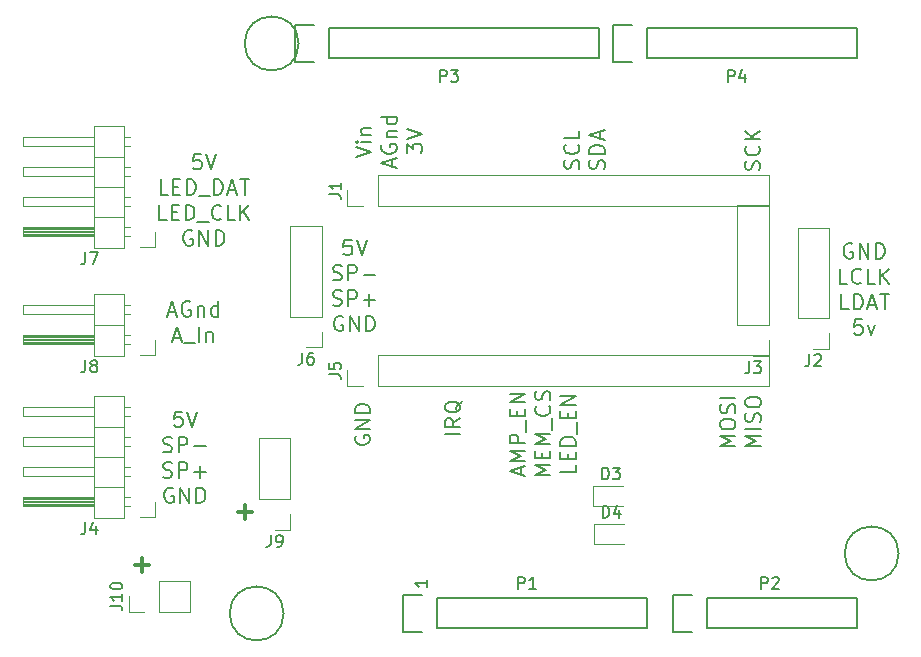
<source format=gbr>
G04 #@! TF.FileFunction,Legend,Top*
%FSLAX46Y46*%
G04 Gerber Fmt 4.6, Leading zero omitted, Abs format (unit mm)*
G04 Created by KiCad (PCBNEW 4.0.6) date 06/14/17 16:45:23*
%MOMM*%
%LPD*%
G01*
G04 APERTURE LIST*
%ADD10C,0.100000*%
%ADD11C,0.200000*%
%ADD12C,0.300000*%
%ADD13C,0.150000*%
%ADD14C,0.120000*%
G04 APERTURE END LIST*
D10*
D11*
X175407524Y-92540000D02*
X175283715Y-92478095D01*
X175098000Y-92478095D01*
X174912286Y-92540000D01*
X174788477Y-92663810D01*
X174726572Y-92787619D01*
X174664667Y-93035238D01*
X174664667Y-93220952D01*
X174726572Y-93468571D01*
X174788477Y-93592381D01*
X174912286Y-93716190D01*
X175098000Y-93778095D01*
X175221810Y-93778095D01*
X175407524Y-93716190D01*
X175469429Y-93654286D01*
X175469429Y-93220952D01*
X175221810Y-93220952D01*
X176026572Y-93778095D02*
X176026572Y-92478095D01*
X176769429Y-93778095D01*
X176769429Y-92478095D01*
X177388477Y-93778095D02*
X177388477Y-92478095D01*
X177698001Y-92478095D01*
X177883715Y-92540000D01*
X178007524Y-92663810D01*
X178069429Y-92787619D01*
X178131334Y-93035238D01*
X178131334Y-93220952D01*
X178069429Y-93468571D01*
X178007524Y-93592381D01*
X177883715Y-93716190D01*
X177698001Y-93778095D01*
X177388477Y-93778095D01*
X174974190Y-95928095D02*
X174355143Y-95928095D01*
X174355143Y-94628095D01*
X176150381Y-95804286D02*
X176088476Y-95866190D01*
X175902762Y-95928095D01*
X175778952Y-95928095D01*
X175593238Y-95866190D01*
X175469429Y-95742381D01*
X175407524Y-95618571D01*
X175345619Y-95370952D01*
X175345619Y-95185238D01*
X175407524Y-94937619D01*
X175469429Y-94813810D01*
X175593238Y-94690000D01*
X175778952Y-94628095D01*
X175902762Y-94628095D01*
X176088476Y-94690000D01*
X176150381Y-94751905D01*
X177326571Y-95928095D02*
X176707524Y-95928095D01*
X176707524Y-94628095D01*
X177759905Y-95928095D02*
X177759905Y-94628095D01*
X178502762Y-95928095D02*
X177945619Y-95185238D01*
X178502762Y-94628095D02*
X177759905Y-95370952D01*
X175098000Y-98078095D02*
X174478953Y-98078095D01*
X174478953Y-96778095D01*
X175531334Y-98078095D02*
X175531334Y-96778095D01*
X175840858Y-96778095D01*
X176026572Y-96840000D01*
X176150381Y-96963810D01*
X176212286Y-97087619D01*
X176274191Y-97335238D01*
X176274191Y-97520952D01*
X176212286Y-97768571D01*
X176150381Y-97892381D01*
X176026572Y-98016190D01*
X175840858Y-98078095D01*
X175531334Y-98078095D01*
X176769429Y-97706667D02*
X177388477Y-97706667D01*
X176645620Y-98078095D02*
X177078953Y-96778095D01*
X177512286Y-98078095D01*
X177759906Y-96778095D02*
X178502763Y-96778095D01*
X178131334Y-98078095D02*
X178131334Y-96778095D01*
X176212286Y-98928095D02*
X175593239Y-98928095D01*
X175531334Y-99547143D01*
X175593239Y-99485238D01*
X175717048Y-99423333D01*
X176026572Y-99423333D01*
X176150382Y-99485238D01*
X176212286Y-99547143D01*
X176274191Y-99670952D01*
X176274191Y-99980476D01*
X176212286Y-100104286D01*
X176150382Y-100166190D01*
X176026572Y-100228095D01*
X175717048Y-100228095D01*
X175593239Y-100166190D01*
X175531334Y-100104286D01*
X176707524Y-99361429D02*
X177017048Y-100228095D01*
X177326572Y-99361429D01*
X120250381Y-84928095D02*
X119631334Y-84928095D01*
X119569429Y-85547143D01*
X119631334Y-85485238D01*
X119755143Y-85423333D01*
X120064667Y-85423333D01*
X120188477Y-85485238D01*
X120250381Y-85547143D01*
X120312286Y-85670952D01*
X120312286Y-85980476D01*
X120250381Y-86104286D01*
X120188477Y-86166190D01*
X120064667Y-86228095D01*
X119755143Y-86228095D01*
X119631334Y-86166190D01*
X119569429Y-86104286D01*
X120683715Y-84928095D02*
X121117048Y-86228095D01*
X121550381Y-84928095D01*
X117464667Y-88378095D02*
X116845620Y-88378095D01*
X116845620Y-87078095D01*
X117898001Y-87697143D02*
X118331334Y-87697143D01*
X118517048Y-88378095D02*
X117898001Y-88378095D01*
X117898001Y-87078095D01*
X118517048Y-87078095D01*
X119074191Y-88378095D02*
X119074191Y-87078095D01*
X119383715Y-87078095D01*
X119569429Y-87140000D01*
X119693238Y-87263810D01*
X119755143Y-87387619D01*
X119817048Y-87635238D01*
X119817048Y-87820952D01*
X119755143Y-88068571D01*
X119693238Y-88192381D01*
X119569429Y-88316190D01*
X119383715Y-88378095D01*
X119074191Y-88378095D01*
X120064667Y-88501905D02*
X121055143Y-88501905D01*
X121364667Y-88378095D02*
X121364667Y-87078095D01*
X121674191Y-87078095D01*
X121859905Y-87140000D01*
X121983714Y-87263810D01*
X122045619Y-87387619D01*
X122107524Y-87635238D01*
X122107524Y-87820952D01*
X122045619Y-88068571D01*
X121983714Y-88192381D01*
X121859905Y-88316190D01*
X121674191Y-88378095D01*
X121364667Y-88378095D01*
X122602762Y-88006667D02*
X123221810Y-88006667D01*
X122478953Y-88378095D02*
X122912286Y-87078095D01*
X123345619Y-88378095D01*
X123593239Y-87078095D02*
X124336096Y-87078095D01*
X123964667Y-88378095D02*
X123964667Y-87078095D01*
X117340857Y-90528095D02*
X116721810Y-90528095D01*
X116721810Y-89228095D01*
X117774191Y-89847143D02*
X118207524Y-89847143D01*
X118393238Y-90528095D02*
X117774191Y-90528095D01*
X117774191Y-89228095D01*
X118393238Y-89228095D01*
X118950381Y-90528095D02*
X118950381Y-89228095D01*
X119259905Y-89228095D01*
X119445619Y-89290000D01*
X119569428Y-89413810D01*
X119631333Y-89537619D01*
X119693238Y-89785238D01*
X119693238Y-89970952D01*
X119631333Y-90218571D01*
X119569428Y-90342381D01*
X119445619Y-90466190D01*
X119259905Y-90528095D01*
X118950381Y-90528095D01*
X119940857Y-90651905D02*
X120931333Y-90651905D01*
X121983714Y-90404286D02*
X121921809Y-90466190D01*
X121736095Y-90528095D01*
X121612285Y-90528095D01*
X121426571Y-90466190D01*
X121302762Y-90342381D01*
X121240857Y-90218571D01*
X121178952Y-89970952D01*
X121178952Y-89785238D01*
X121240857Y-89537619D01*
X121302762Y-89413810D01*
X121426571Y-89290000D01*
X121612285Y-89228095D01*
X121736095Y-89228095D01*
X121921809Y-89290000D01*
X121983714Y-89351905D01*
X123159904Y-90528095D02*
X122540857Y-90528095D01*
X122540857Y-89228095D01*
X123593238Y-90528095D02*
X123593238Y-89228095D01*
X124336095Y-90528095D02*
X123778952Y-89785238D01*
X124336095Y-89228095D02*
X123593238Y-89970952D01*
X119507524Y-91440000D02*
X119383715Y-91378095D01*
X119198000Y-91378095D01*
X119012286Y-91440000D01*
X118888477Y-91563810D01*
X118826572Y-91687619D01*
X118764667Y-91935238D01*
X118764667Y-92120952D01*
X118826572Y-92368571D01*
X118888477Y-92492381D01*
X119012286Y-92616190D01*
X119198000Y-92678095D01*
X119321810Y-92678095D01*
X119507524Y-92616190D01*
X119569429Y-92554286D01*
X119569429Y-92120952D01*
X119321810Y-92120952D01*
X120126572Y-92678095D02*
X120126572Y-91378095D01*
X120869429Y-92678095D01*
X120869429Y-91378095D01*
X121488477Y-92678095D02*
X121488477Y-91378095D01*
X121798001Y-91378095D01*
X121983715Y-91440000D01*
X122107524Y-91563810D01*
X122169429Y-91687619D01*
X122231334Y-91935238D01*
X122231334Y-92120952D01*
X122169429Y-92368571D01*
X122107524Y-92492381D01*
X121983715Y-92616190D01*
X121798001Y-92678095D01*
X121488477Y-92678095D01*
X118635853Y-106728095D02*
X118016806Y-106728095D01*
X117954901Y-107347143D01*
X118016806Y-107285238D01*
X118140615Y-107223333D01*
X118450139Y-107223333D01*
X118573949Y-107285238D01*
X118635853Y-107347143D01*
X118697758Y-107470952D01*
X118697758Y-107780476D01*
X118635853Y-107904286D01*
X118573949Y-107966190D01*
X118450139Y-108028095D01*
X118140615Y-108028095D01*
X118016806Y-107966190D01*
X117954901Y-107904286D01*
X119069187Y-106728095D02*
X119502520Y-108028095D01*
X119935853Y-106728095D01*
X117057282Y-110116190D02*
X117242996Y-110178095D01*
X117552520Y-110178095D01*
X117676330Y-110116190D01*
X117738234Y-110054286D01*
X117800139Y-109930476D01*
X117800139Y-109806667D01*
X117738234Y-109682857D01*
X117676330Y-109620952D01*
X117552520Y-109559048D01*
X117304901Y-109497143D01*
X117181092Y-109435238D01*
X117119187Y-109373333D01*
X117057282Y-109249524D01*
X117057282Y-109125714D01*
X117119187Y-109001905D01*
X117181092Y-108940000D01*
X117304901Y-108878095D01*
X117614425Y-108878095D01*
X117800139Y-108940000D01*
X118357282Y-110178095D02*
X118357282Y-108878095D01*
X118852520Y-108878095D01*
X118976329Y-108940000D01*
X119038234Y-109001905D01*
X119100139Y-109125714D01*
X119100139Y-109311429D01*
X119038234Y-109435238D01*
X118976329Y-109497143D01*
X118852520Y-109559048D01*
X118357282Y-109559048D01*
X119657282Y-109682857D02*
X120647758Y-109682857D01*
X117057282Y-112266190D02*
X117242996Y-112328095D01*
X117552520Y-112328095D01*
X117676330Y-112266190D01*
X117738234Y-112204286D01*
X117800139Y-112080476D01*
X117800139Y-111956667D01*
X117738234Y-111832857D01*
X117676330Y-111770952D01*
X117552520Y-111709048D01*
X117304901Y-111647143D01*
X117181092Y-111585238D01*
X117119187Y-111523333D01*
X117057282Y-111399524D01*
X117057282Y-111275714D01*
X117119187Y-111151905D01*
X117181092Y-111090000D01*
X117304901Y-111028095D01*
X117614425Y-111028095D01*
X117800139Y-111090000D01*
X118357282Y-112328095D02*
X118357282Y-111028095D01*
X118852520Y-111028095D01*
X118976329Y-111090000D01*
X119038234Y-111151905D01*
X119100139Y-111275714D01*
X119100139Y-111461429D01*
X119038234Y-111585238D01*
X118976329Y-111647143D01*
X118852520Y-111709048D01*
X118357282Y-111709048D01*
X119657282Y-111832857D02*
X120647758Y-111832857D01*
X120152520Y-112328095D02*
X120152520Y-111337619D01*
X117892996Y-113240000D02*
X117769187Y-113178095D01*
X117583472Y-113178095D01*
X117397758Y-113240000D01*
X117273949Y-113363810D01*
X117212044Y-113487619D01*
X117150139Y-113735238D01*
X117150139Y-113920952D01*
X117212044Y-114168571D01*
X117273949Y-114292381D01*
X117397758Y-114416190D01*
X117583472Y-114478095D01*
X117707282Y-114478095D01*
X117892996Y-114416190D01*
X117954901Y-114354286D01*
X117954901Y-113920952D01*
X117707282Y-113920952D01*
X118512044Y-114478095D02*
X118512044Y-113178095D01*
X119254901Y-114478095D01*
X119254901Y-113178095D01*
X119873949Y-114478095D02*
X119873949Y-113178095D01*
X120183473Y-113178095D01*
X120369187Y-113240000D01*
X120492996Y-113363810D01*
X120554901Y-113487619D01*
X120616806Y-113735238D01*
X120616806Y-113920952D01*
X120554901Y-114168571D01*
X120492996Y-114292381D01*
X120369187Y-114416190D01*
X120183473Y-114478095D01*
X119873949Y-114478095D01*
X117497758Y-98312819D02*
X118116806Y-98312819D01*
X117373949Y-98684247D02*
X117807282Y-97384247D01*
X118240615Y-98684247D01*
X119354901Y-97446152D02*
X119231092Y-97384247D01*
X119045377Y-97384247D01*
X118859663Y-97446152D01*
X118735854Y-97569962D01*
X118673949Y-97693771D01*
X118612044Y-97941390D01*
X118612044Y-98127104D01*
X118673949Y-98374723D01*
X118735854Y-98498533D01*
X118859663Y-98622342D01*
X119045377Y-98684247D01*
X119169187Y-98684247D01*
X119354901Y-98622342D01*
X119416806Y-98560438D01*
X119416806Y-98127104D01*
X119169187Y-98127104D01*
X119973949Y-97817581D02*
X119973949Y-98684247D01*
X119973949Y-97941390D02*
X120035854Y-97879485D01*
X120159663Y-97817581D01*
X120345377Y-97817581D01*
X120469187Y-97879485D01*
X120531092Y-98003295D01*
X120531092Y-98684247D01*
X121707282Y-98684247D02*
X121707282Y-97384247D01*
X121707282Y-98622342D02*
X121583472Y-98684247D01*
X121335853Y-98684247D01*
X121212044Y-98622342D01*
X121150139Y-98560438D01*
X121088234Y-98436628D01*
X121088234Y-98065200D01*
X121150139Y-97941390D01*
X121212044Y-97879485D01*
X121335853Y-97817581D01*
X121583472Y-97817581D01*
X121707282Y-97879485D01*
X117931091Y-100462819D02*
X118550139Y-100462819D01*
X117807282Y-100834247D02*
X118240615Y-99534247D01*
X118673948Y-100834247D01*
X118797758Y-100958057D02*
X119788234Y-100958057D01*
X120097758Y-100834247D02*
X120097758Y-99534247D01*
X120716806Y-99967581D02*
X120716806Y-100834247D01*
X120716806Y-100091390D02*
X120778711Y-100029485D01*
X120902520Y-99967581D01*
X121088234Y-99967581D01*
X121212044Y-100029485D01*
X121273949Y-100153295D01*
X121273949Y-100834247D01*
D12*
X123426572Y-115222143D02*
X124569429Y-115222143D01*
X123998000Y-115793571D02*
X123998000Y-114650714D01*
X114676572Y-119722143D02*
X115819429Y-119722143D01*
X115248000Y-120293571D02*
X115248000Y-119150714D01*
D11*
X133000381Y-92178095D02*
X132381334Y-92178095D01*
X132319429Y-92797143D01*
X132381334Y-92735238D01*
X132505143Y-92673333D01*
X132814667Y-92673333D01*
X132938477Y-92735238D01*
X133000381Y-92797143D01*
X133062286Y-92920952D01*
X133062286Y-93230476D01*
X133000381Y-93354286D01*
X132938477Y-93416190D01*
X132814667Y-93478095D01*
X132505143Y-93478095D01*
X132381334Y-93416190D01*
X132319429Y-93354286D01*
X133433715Y-92178095D02*
X133867048Y-93478095D01*
X134300381Y-92178095D01*
X131421810Y-95566190D02*
X131607524Y-95628095D01*
X131917048Y-95628095D01*
X132040858Y-95566190D01*
X132102762Y-95504286D01*
X132164667Y-95380476D01*
X132164667Y-95256667D01*
X132102762Y-95132857D01*
X132040858Y-95070952D01*
X131917048Y-95009048D01*
X131669429Y-94947143D01*
X131545620Y-94885238D01*
X131483715Y-94823333D01*
X131421810Y-94699524D01*
X131421810Y-94575714D01*
X131483715Y-94451905D01*
X131545620Y-94390000D01*
X131669429Y-94328095D01*
X131978953Y-94328095D01*
X132164667Y-94390000D01*
X132721810Y-95628095D02*
X132721810Y-94328095D01*
X133217048Y-94328095D01*
X133340857Y-94390000D01*
X133402762Y-94451905D01*
X133464667Y-94575714D01*
X133464667Y-94761429D01*
X133402762Y-94885238D01*
X133340857Y-94947143D01*
X133217048Y-95009048D01*
X132721810Y-95009048D01*
X134021810Y-95132857D02*
X135012286Y-95132857D01*
X131421810Y-97716190D02*
X131607524Y-97778095D01*
X131917048Y-97778095D01*
X132040858Y-97716190D01*
X132102762Y-97654286D01*
X132164667Y-97530476D01*
X132164667Y-97406667D01*
X132102762Y-97282857D01*
X132040858Y-97220952D01*
X131917048Y-97159048D01*
X131669429Y-97097143D01*
X131545620Y-97035238D01*
X131483715Y-96973333D01*
X131421810Y-96849524D01*
X131421810Y-96725714D01*
X131483715Y-96601905D01*
X131545620Y-96540000D01*
X131669429Y-96478095D01*
X131978953Y-96478095D01*
X132164667Y-96540000D01*
X132721810Y-97778095D02*
X132721810Y-96478095D01*
X133217048Y-96478095D01*
X133340857Y-96540000D01*
X133402762Y-96601905D01*
X133464667Y-96725714D01*
X133464667Y-96911429D01*
X133402762Y-97035238D01*
X133340857Y-97097143D01*
X133217048Y-97159048D01*
X132721810Y-97159048D01*
X134021810Y-97282857D02*
X135012286Y-97282857D01*
X134517048Y-97778095D02*
X134517048Y-96787619D01*
X132257524Y-98690000D02*
X132133715Y-98628095D01*
X131948000Y-98628095D01*
X131762286Y-98690000D01*
X131638477Y-98813810D01*
X131576572Y-98937619D01*
X131514667Y-99185238D01*
X131514667Y-99370952D01*
X131576572Y-99618571D01*
X131638477Y-99742381D01*
X131762286Y-99866190D01*
X131948000Y-99928095D01*
X132071810Y-99928095D01*
X132257524Y-99866190D01*
X132319429Y-99804286D01*
X132319429Y-99370952D01*
X132071810Y-99370952D01*
X132876572Y-99928095D02*
X132876572Y-98628095D01*
X133619429Y-99928095D01*
X133619429Y-98628095D01*
X134238477Y-99928095D02*
X134238477Y-98628095D01*
X134548001Y-98628095D01*
X134733715Y-98690000D01*
X134857524Y-98813810D01*
X134919429Y-98937619D01*
X134981334Y-99185238D01*
X134981334Y-99370952D01*
X134919429Y-99618571D01*
X134857524Y-99742381D01*
X134733715Y-99866190D01*
X134548001Y-99928095D01*
X134238477Y-99928095D01*
X165505095Y-109657857D02*
X164205095Y-109657857D01*
X165133667Y-109224524D01*
X164205095Y-108791191D01*
X165505095Y-108791191D01*
X164205095Y-107924524D02*
X164205095Y-107676905D01*
X164267000Y-107553096D01*
X164390810Y-107429286D01*
X164638429Y-107367381D01*
X165071762Y-107367381D01*
X165319381Y-107429286D01*
X165443190Y-107553096D01*
X165505095Y-107676905D01*
X165505095Y-107924524D01*
X165443190Y-108048334D01*
X165319381Y-108172143D01*
X165071762Y-108234048D01*
X164638429Y-108234048D01*
X164390810Y-108172143D01*
X164267000Y-108048334D01*
X164205095Y-107924524D01*
X165443190Y-106872143D02*
X165505095Y-106686429D01*
X165505095Y-106376905D01*
X165443190Y-106253095D01*
X165381286Y-106191191D01*
X165257476Y-106129286D01*
X165133667Y-106129286D01*
X165009857Y-106191191D01*
X164947952Y-106253095D01*
X164886048Y-106376905D01*
X164824143Y-106624524D01*
X164762238Y-106748333D01*
X164700333Y-106810238D01*
X164576524Y-106872143D01*
X164452714Y-106872143D01*
X164328905Y-106810238D01*
X164267000Y-106748333D01*
X164205095Y-106624524D01*
X164205095Y-106315000D01*
X164267000Y-106129286D01*
X165505095Y-105572143D02*
X164205095Y-105572143D01*
X167655095Y-109657857D02*
X166355095Y-109657857D01*
X167283667Y-109224524D01*
X166355095Y-108791191D01*
X167655095Y-108791191D01*
X167655095Y-108172143D02*
X166355095Y-108172143D01*
X167593190Y-107615000D02*
X167655095Y-107429286D01*
X167655095Y-107119762D01*
X167593190Y-106995952D01*
X167531286Y-106934048D01*
X167407476Y-106872143D01*
X167283667Y-106872143D01*
X167159857Y-106934048D01*
X167097952Y-106995952D01*
X167036048Y-107119762D01*
X166974143Y-107367381D01*
X166912238Y-107491190D01*
X166850333Y-107553095D01*
X166726524Y-107615000D01*
X166602714Y-107615000D01*
X166478905Y-107553095D01*
X166417000Y-107491190D01*
X166355095Y-107367381D01*
X166355095Y-107057857D01*
X166417000Y-106872143D01*
X166355095Y-106067381D02*
X166355095Y-105819762D01*
X166417000Y-105695953D01*
X166540810Y-105572143D01*
X166788429Y-105510238D01*
X167221762Y-105510238D01*
X167469381Y-105572143D01*
X167593190Y-105695953D01*
X167655095Y-105819762D01*
X167655095Y-106067381D01*
X167593190Y-106191191D01*
X167469381Y-106315000D01*
X167221762Y-106376905D01*
X166788429Y-106376905D01*
X166540810Y-106315000D01*
X166417000Y-106191191D01*
X166355095Y-106067381D01*
X147314667Y-112081666D02*
X147314667Y-111462618D01*
X147686095Y-112205475D02*
X146386095Y-111772142D01*
X147686095Y-111338809D01*
X147686095Y-110905475D02*
X146386095Y-110905475D01*
X147314667Y-110472142D01*
X146386095Y-110038809D01*
X147686095Y-110038809D01*
X147686095Y-109419761D02*
X146386095Y-109419761D01*
X146386095Y-108924523D01*
X146448000Y-108800714D01*
X146509905Y-108738809D01*
X146633714Y-108676904D01*
X146819429Y-108676904D01*
X146943238Y-108738809D01*
X147005143Y-108800714D01*
X147067048Y-108924523D01*
X147067048Y-109419761D01*
X147809905Y-108429285D02*
X147809905Y-107438809D01*
X147005143Y-107129285D02*
X147005143Y-106695952D01*
X147686095Y-106510238D02*
X147686095Y-107129285D01*
X146386095Y-107129285D01*
X146386095Y-106510238D01*
X147686095Y-105953095D02*
X146386095Y-105953095D01*
X147686095Y-105210238D01*
X146386095Y-105210238D01*
X149836095Y-112143570D02*
X148536095Y-112143570D01*
X149464667Y-111710237D01*
X148536095Y-111276904D01*
X149836095Y-111276904D01*
X149155143Y-110657856D02*
X149155143Y-110224523D01*
X149836095Y-110038809D02*
X149836095Y-110657856D01*
X148536095Y-110657856D01*
X148536095Y-110038809D01*
X149836095Y-109481666D02*
X148536095Y-109481666D01*
X149464667Y-109048333D01*
X148536095Y-108615000D01*
X149836095Y-108615000D01*
X149959905Y-108305476D02*
X149959905Y-107315000D01*
X149712286Y-106262619D02*
X149774190Y-106324524D01*
X149836095Y-106510238D01*
X149836095Y-106634048D01*
X149774190Y-106819762D01*
X149650381Y-106943571D01*
X149526571Y-107005476D01*
X149278952Y-107067381D01*
X149093238Y-107067381D01*
X148845619Y-107005476D01*
X148721810Y-106943571D01*
X148598000Y-106819762D01*
X148536095Y-106634048D01*
X148536095Y-106510238D01*
X148598000Y-106324524D01*
X148659905Y-106262619D01*
X149774190Y-105767381D02*
X149836095Y-105581667D01*
X149836095Y-105272143D01*
X149774190Y-105148333D01*
X149712286Y-105086429D01*
X149588476Y-105024524D01*
X149464667Y-105024524D01*
X149340857Y-105086429D01*
X149278952Y-105148333D01*
X149217048Y-105272143D01*
X149155143Y-105519762D01*
X149093238Y-105643571D01*
X149031333Y-105705476D01*
X148907524Y-105767381D01*
X148783714Y-105767381D01*
X148659905Y-105705476D01*
X148598000Y-105643571D01*
X148536095Y-105519762D01*
X148536095Y-105210238D01*
X148598000Y-105024524D01*
X151986095Y-111215000D02*
X151986095Y-111834047D01*
X150686095Y-111834047D01*
X151305143Y-110781666D02*
X151305143Y-110348333D01*
X151986095Y-110162619D02*
X151986095Y-110781666D01*
X150686095Y-110781666D01*
X150686095Y-110162619D01*
X151986095Y-109605476D02*
X150686095Y-109605476D01*
X150686095Y-109295952D01*
X150748000Y-109110238D01*
X150871810Y-108986429D01*
X150995619Y-108924524D01*
X151243238Y-108862619D01*
X151428952Y-108862619D01*
X151676571Y-108924524D01*
X151800381Y-108986429D01*
X151924190Y-109110238D01*
X151986095Y-109295952D01*
X151986095Y-109605476D01*
X152109905Y-108615000D02*
X152109905Y-107624524D01*
X151305143Y-107315000D02*
X151305143Y-106881667D01*
X151986095Y-106695953D02*
X151986095Y-107315000D01*
X150686095Y-107315000D01*
X150686095Y-106695953D01*
X151986095Y-106138810D02*
X150686095Y-106138810D01*
X151986095Y-105395953D01*
X150686095Y-105395953D01*
X142196095Y-108641952D02*
X140896095Y-108641952D01*
X142196095Y-107280047D02*
X141577048Y-107713380D01*
X142196095Y-108022904D02*
X140896095Y-108022904D01*
X140896095Y-107527666D01*
X140958000Y-107403857D01*
X141019905Y-107341952D01*
X141143714Y-107280047D01*
X141329429Y-107280047D01*
X141453238Y-107341952D01*
X141515143Y-107403857D01*
X141577048Y-107527666D01*
X141577048Y-108022904D01*
X142319905Y-105856238D02*
X142258000Y-105980047D01*
X142134190Y-106103857D01*
X141948476Y-106289571D01*
X141886571Y-106413380D01*
X141886571Y-106537190D01*
X142196095Y-106475285D02*
X142134190Y-106599095D01*
X142010381Y-106722904D01*
X141762762Y-106784809D01*
X141329429Y-106784809D01*
X141081810Y-106722904D01*
X140958000Y-106599095D01*
X140896095Y-106475285D01*
X140896095Y-106227666D01*
X140958000Y-106103857D01*
X141081810Y-105980047D01*
X141329429Y-105918142D01*
X141762762Y-105918142D01*
X142010381Y-105980047D01*
X142134190Y-106103857D01*
X142196095Y-106227666D01*
X142196095Y-106475285D01*
X133338000Y-108809476D02*
X133276095Y-108933285D01*
X133276095Y-109119000D01*
X133338000Y-109304714D01*
X133461810Y-109428523D01*
X133585619Y-109490428D01*
X133833238Y-109552333D01*
X134018952Y-109552333D01*
X134266571Y-109490428D01*
X134390381Y-109428523D01*
X134514190Y-109304714D01*
X134576095Y-109119000D01*
X134576095Y-108995190D01*
X134514190Y-108809476D01*
X134452286Y-108747571D01*
X134018952Y-108747571D01*
X134018952Y-108995190D01*
X134576095Y-108190428D02*
X133276095Y-108190428D01*
X134576095Y-107447571D01*
X133276095Y-107447571D01*
X134576095Y-106828523D02*
X133276095Y-106828523D01*
X133276095Y-106518999D01*
X133338000Y-106333285D01*
X133461810Y-106209476D01*
X133585619Y-106147571D01*
X133833238Y-106085666D01*
X134018952Y-106085666D01*
X134266571Y-106147571D01*
X134390381Y-106209476D01*
X134514190Y-106333285D01*
X134576095Y-106518999D01*
X134576095Y-106828523D01*
X167534190Y-86286428D02*
X167596095Y-86100714D01*
X167596095Y-85791190D01*
X167534190Y-85667380D01*
X167472286Y-85605476D01*
X167348476Y-85543571D01*
X167224667Y-85543571D01*
X167100857Y-85605476D01*
X167038952Y-85667380D01*
X166977048Y-85791190D01*
X166915143Y-86038809D01*
X166853238Y-86162618D01*
X166791333Y-86224523D01*
X166667524Y-86286428D01*
X166543714Y-86286428D01*
X166419905Y-86224523D01*
X166358000Y-86162618D01*
X166296095Y-86038809D01*
X166296095Y-85729285D01*
X166358000Y-85543571D01*
X167472286Y-84243571D02*
X167534190Y-84305476D01*
X167596095Y-84491190D01*
X167596095Y-84615000D01*
X167534190Y-84800714D01*
X167410381Y-84924523D01*
X167286571Y-84986428D01*
X167038952Y-85048333D01*
X166853238Y-85048333D01*
X166605619Y-84986428D01*
X166481810Y-84924523D01*
X166358000Y-84800714D01*
X166296095Y-84615000D01*
X166296095Y-84491190D01*
X166358000Y-84305476D01*
X166419905Y-84243571D01*
X167596095Y-83686428D02*
X166296095Y-83686428D01*
X167596095Y-82943571D02*
X166853238Y-83500714D01*
X166296095Y-82943571D02*
X167038952Y-83686428D01*
X152235190Y-86162619D02*
X152297095Y-85976905D01*
X152297095Y-85667381D01*
X152235190Y-85543571D01*
X152173286Y-85481667D01*
X152049476Y-85419762D01*
X151925667Y-85419762D01*
X151801857Y-85481667D01*
X151739952Y-85543571D01*
X151678048Y-85667381D01*
X151616143Y-85915000D01*
X151554238Y-86038809D01*
X151492333Y-86100714D01*
X151368524Y-86162619D01*
X151244714Y-86162619D01*
X151120905Y-86100714D01*
X151059000Y-86038809D01*
X150997095Y-85915000D01*
X150997095Y-85605476D01*
X151059000Y-85419762D01*
X152173286Y-84119762D02*
X152235190Y-84181667D01*
X152297095Y-84367381D01*
X152297095Y-84491191D01*
X152235190Y-84676905D01*
X152111381Y-84800714D01*
X151987571Y-84862619D01*
X151739952Y-84924524D01*
X151554238Y-84924524D01*
X151306619Y-84862619D01*
X151182810Y-84800714D01*
X151059000Y-84676905D01*
X150997095Y-84491191D01*
X150997095Y-84367381D01*
X151059000Y-84181667D01*
X151120905Y-84119762D01*
X152297095Y-82943572D02*
X152297095Y-83562619D01*
X150997095Y-83562619D01*
X154385190Y-86193571D02*
X154447095Y-86007857D01*
X154447095Y-85698333D01*
X154385190Y-85574523D01*
X154323286Y-85512619D01*
X154199476Y-85450714D01*
X154075667Y-85450714D01*
X153951857Y-85512619D01*
X153889952Y-85574523D01*
X153828048Y-85698333D01*
X153766143Y-85945952D01*
X153704238Y-86069761D01*
X153642333Y-86131666D01*
X153518524Y-86193571D01*
X153394714Y-86193571D01*
X153270905Y-86131666D01*
X153209000Y-86069761D01*
X153147095Y-85945952D01*
X153147095Y-85636428D01*
X153209000Y-85450714D01*
X154447095Y-84893571D02*
X153147095Y-84893571D01*
X153147095Y-84584047D01*
X153209000Y-84398333D01*
X153332810Y-84274524D01*
X153456619Y-84212619D01*
X153704238Y-84150714D01*
X153889952Y-84150714D01*
X154137571Y-84212619D01*
X154261381Y-84274524D01*
X154385190Y-84398333D01*
X154447095Y-84584047D01*
X154447095Y-84893571D01*
X154075667Y-83655476D02*
X154075667Y-83036428D01*
X154447095Y-83779285D02*
X153147095Y-83345952D01*
X154447095Y-82912619D01*
X133386095Y-85195952D02*
X134686095Y-84762619D01*
X133386095Y-84329286D01*
X134686095Y-83895952D02*
X133819429Y-83895952D01*
X133386095Y-83895952D02*
X133448000Y-83957857D01*
X133509905Y-83895952D01*
X133448000Y-83834047D01*
X133386095Y-83895952D01*
X133509905Y-83895952D01*
X133819429Y-83276904D02*
X134686095Y-83276904D01*
X133943238Y-83276904D02*
X133881333Y-83214999D01*
X133819429Y-83091190D01*
X133819429Y-82905476D01*
X133881333Y-82781666D01*
X134005143Y-82719761D01*
X134686095Y-82719761D01*
X136464667Y-86000714D02*
X136464667Y-85381666D01*
X136836095Y-86124523D02*
X135536095Y-85691190D01*
X136836095Y-85257857D01*
X135598000Y-84143571D02*
X135536095Y-84267380D01*
X135536095Y-84453095D01*
X135598000Y-84638809D01*
X135721810Y-84762618D01*
X135845619Y-84824523D01*
X136093238Y-84886428D01*
X136278952Y-84886428D01*
X136526571Y-84824523D01*
X136650381Y-84762618D01*
X136774190Y-84638809D01*
X136836095Y-84453095D01*
X136836095Y-84329285D01*
X136774190Y-84143571D01*
X136712286Y-84081666D01*
X136278952Y-84081666D01*
X136278952Y-84329285D01*
X135969429Y-83524523D02*
X136836095Y-83524523D01*
X136093238Y-83524523D02*
X136031333Y-83462618D01*
X135969429Y-83338809D01*
X135969429Y-83153095D01*
X136031333Y-83029285D01*
X136155143Y-82967380D01*
X136836095Y-82967380D01*
X136836095Y-81791190D02*
X135536095Y-81791190D01*
X136774190Y-81791190D02*
X136836095Y-81915000D01*
X136836095Y-82162619D01*
X136774190Y-82286428D01*
X136712286Y-82348333D01*
X136588476Y-82410238D01*
X136217048Y-82410238D01*
X136093238Y-82348333D01*
X136031333Y-82286428D01*
X135969429Y-82162619D01*
X135969429Y-81915000D01*
X136031333Y-81791190D01*
X137686095Y-84855476D02*
X137686095Y-84050714D01*
X138181333Y-84484047D01*
X138181333Y-84298333D01*
X138243238Y-84174523D01*
X138305143Y-84112619D01*
X138428952Y-84050714D01*
X138738476Y-84050714D01*
X138862286Y-84112619D01*
X138924190Y-84174523D01*
X138986095Y-84298333D01*
X138986095Y-84669761D01*
X138924190Y-84793571D01*
X138862286Y-84855476D01*
X137686095Y-83679285D02*
X138986095Y-83245952D01*
X137686095Y-82812619D01*
D13*
X139390381Y-120999285D02*
X139390381Y-121570714D01*
X139390381Y-121285000D02*
X138390381Y-121285000D01*
X138533238Y-121380238D01*
X138628476Y-121475476D01*
X138676095Y-121570714D01*
X179324000Y-118745000D02*
G75*
G03X179324000Y-118745000I-2286000J0D01*
G01*
X140208000Y-125095000D02*
X157988000Y-125095000D01*
X157988000Y-125095000D02*
X157988000Y-122555000D01*
X157988000Y-122555000D02*
X140208000Y-122555000D01*
X137388000Y-125375000D02*
X138938000Y-125375000D01*
X140208000Y-125095000D02*
X140208000Y-122555000D01*
X138938000Y-122275000D02*
X137388000Y-122275000D01*
X137388000Y-122275000D02*
X137388000Y-125375000D01*
X163068000Y-125095000D02*
X175768000Y-125095000D01*
X175768000Y-125095000D02*
X175768000Y-122555000D01*
X175768000Y-122555000D02*
X163068000Y-122555000D01*
X160248000Y-125375000D02*
X161798000Y-125375000D01*
X163068000Y-125095000D02*
X163068000Y-122555000D01*
X161798000Y-122275000D02*
X160248000Y-122275000D01*
X160248000Y-122275000D02*
X160248000Y-125375000D01*
X131064000Y-76835000D02*
X153924000Y-76835000D01*
X153924000Y-76835000D02*
X153924000Y-74295000D01*
X153924000Y-74295000D02*
X131064000Y-74295000D01*
X128244000Y-77115000D02*
X129794000Y-77115000D01*
X131064000Y-76835000D02*
X131064000Y-74295000D01*
X129794000Y-74015000D02*
X128244000Y-74015000D01*
X128244000Y-74015000D02*
X128244000Y-77115000D01*
X157988000Y-76835000D02*
X175768000Y-76835000D01*
X175768000Y-76835000D02*
X175768000Y-74295000D01*
X175768000Y-74295000D02*
X157988000Y-74295000D01*
X155168000Y-77115000D02*
X156718000Y-77115000D01*
X157988000Y-76835000D02*
X157988000Y-74295000D01*
X156718000Y-74015000D02*
X155168000Y-74015000D01*
X155168000Y-74015000D02*
X155168000Y-77115000D01*
X127254000Y-123825000D02*
G75*
G03X127254000Y-123825000I-2286000J0D01*
G01*
X128524000Y-75565000D02*
G75*
G03X128524000Y-75565000I-2286000J0D01*
G01*
D14*
X135258000Y-89337000D02*
X168338000Y-89337000D01*
X168338000Y-89337000D02*
X168338000Y-86677000D01*
X168338000Y-86677000D02*
X135258000Y-86677000D01*
X135258000Y-86677000D02*
X135258000Y-89337000D01*
X133988000Y-89337000D02*
X132658000Y-89337000D01*
X132658000Y-89337000D02*
X132658000Y-88007000D01*
X173428000Y-98835000D02*
X173428000Y-91155000D01*
X173428000Y-91155000D02*
X170768000Y-91155000D01*
X170768000Y-91155000D02*
X170768000Y-98835000D01*
X170768000Y-98835000D02*
X173428000Y-98835000D01*
X173428000Y-100105000D02*
X173428000Y-101435000D01*
X173428000Y-101435000D02*
X172098000Y-101435000D01*
X168338000Y-99437000D02*
X168338000Y-89217000D01*
X168338000Y-89217000D02*
X165678000Y-89217000D01*
X165678000Y-89217000D02*
X165678000Y-99437000D01*
X165678000Y-99437000D02*
X168338000Y-99437000D01*
X168338000Y-100707000D02*
X168338000Y-102037000D01*
X168338000Y-102037000D02*
X167008000Y-102037000D01*
X135258000Y-104577000D02*
X168338000Y-104577000D01*
X168338000Y-104577000D02*
X168338000Y-101917000D01*
X168338000Y-101917000D02*
X135258000Y-101917000D01*
X135258000Y-101917000D02*
X135258000Y-104577000D01*
X133988000Y-104577000D02*
X132658000Y-104577000D01*
X132658000Y-104577000D02*
X132658000Y-103247000D01*
X130478000Y-98695000D02*
X130478000Y-91015000D01*
X130478000Y-91015000D02*
X127818000Y-91015000D01*
X127818000Y-91015000D02*
X127818000Y-98695000D01*
X127818000Y-98695000D02*
X130478000Y-98695000D01*
X130478000Y-99965000D02*
X130478000Y-101295000D01*
X130478000Y-101295000D02*
X129148000Y-101295000D01*
X113777000Y-92853200D02*
X113777000Y-90253200D01*
X113777000Y-90253200D02*
X111157000Y-90253200D01*
X111157000Y-90253200D02*
X111157000Y-92853200D01*
X111157000Y-92853200D02*
X113777000Y-92853200D01*
X111157000Y-91903200D02*
X111157000Y-91143200D01*
X111157000Y-91143200D02*
X105157000Y-91143200D01*
X105157000Y-91143200D02*
X105157000Y-91903200D01*
X105157000Y-91903200D02*
X111157000Y-91903200D01*
X114207000Y-91903200D02*
X113777000Y-91903200D01*
X114207000Y-91143200D02*
X113777000Y-91143200D01*
X111157000Y-91783200D02*
X105157000Y-91783200D01*
X111157000Y-91663200D02*
X105157000Y-91663200D01*
X111157000Y-91543200D02*
X105157000Y-91543200D01*
X111157000Y-91423200D02*
X105157000Y-91423200D01*
X111157000Y-91303200D02*
X105157000Y-91303200D01*
X111157000Y-91183200D02*
X105157000Y-91183200D01*
X113777000Y-90253200D02*
X113777000Y-87713200D01*
X113777000Y-87713200D02*
X111157000Y-87713200D01*
X111157000Y-87713200D02*
X111157000Y-90253200D01*
X111157000Y-90253200D02*
X113777000Y-90253200D01*
X111157000Y-89363200D02*
X111157000Y-88603200D01*
X111157000Y-88603200D02*
X105157000Y-88603200D01*
X105157000Y-88603200D02*
X105157000Y-89363200D01*
X105157000Y-89363200D02*
X111157000Y-89363200D01*
X114207000Y-89363200D02*
X113777000Y-89363200D01*
X114207000Y-88603200D02*
X113777000Y-88603200D01*
X113777000Y-87713200D02*
X113777000Y-85173200D01*
X113777000Y-85173200D02*
X111157000Y-85173200D01*
X111157000Y-85173200D02*
X111157000Y-87713200D01*
X111157000Y-87713200D02*
X113777000Y-87713200D01*
X111157000Y-86823200D02*
X111157000Y-86063200D01*
X111157000Y-86063200D02*
X105157000Y-86063200D01*
X105157000Y-86063200D02*
X105157000Y-86823200D01*
X105157000Y-86823200D02*
X111157000Y-86823200D01*
X114207000Y-86823200D02*
X113777000Y-86823200D01*
X114207000Y-86063200D02*
X113777000Y-86063200D01*
X113777000Y-85173200D02*
X113777000Y-82573200D01*
X113777000Y-82573200D02*
X111157000Y-82573200D01*
X111157000Y-82573200D02*
X111157000Y-85173200D01*
X111157000Y-85173200D02*
X113777000Y-85173200D01*
X111157000Y-84283200D02*
X111157000Y-83523200D01*
X111157000Y-83523200D02*
X105157000Y-83523200D01*
X105157000Y-83523200D02*
X105157000Y-84283200D01*
X105157000Y-84283200D02*
X111157000Y-84283200D01*
X114207000Y-84283200D02*
X113777000Y-84283200D01*
X114207000Y-83523200D02*
X113777000Y-83523200D01*
X116387000Y-91523200D02*
X116387000Y-92793200D01*
X116387000Y-92793200D02*
X115117000Y-92793200D01*
X113777000Y-101997000D02*
X113777000Y-99397000D01*
X113777000Y-99397000D02*
X111157000Y-99397000D01*
X111157000Y-99397000D02*
X111157000Y-101997000D01*
X111157000Y-101997000D02*
X113777000Y-101997000D01*
X111157000Y-101047000D02*
X111157000Y-100287000D01*
X111157000Y-100287000D02*
X105157000Y-100287000D01*
X105157000Y-100287000D02*
X105157000Y-101047000D01*
X105157000Y-101047000D02*
X111157000Y-101047000D01*
X114207000Y-101047000D02*
X113777000Y-101047000D01*
X114207000Y-100287000D02*
X113777000Y-100287000D01*
X111157000Y-100927000D02*
X105157000Y-100927000D01*
X111157000Y-100807000D02*
X105157000Y-100807000D01*
X111157000Y-100687000D02*
X105157000Y-100687000D01*
X111157000Y-100567000D02*
X105157000Y-100567000D01*
X111157000Y-100447000D02*
X105157000Y-100447000D01*
X111157000Y-100327000D02*
X105157000Y-100327000D01*
X113777000Y-99397000D02*
X113777000Y-96797000D01*
X113777000Y-96797000D02*
X111157000Y-96797000D01*
X111157000Y-96797000D02*
X111157000Y-99397000D01*
X111157000Y-99397000D02*
X113777000Y-99397000D01*
X111157000Y-98507000D02*
X111157000Y-97747000D01*
X111157000Y-97747000D02*
X105157000Y-97747000D01*
X105157000Y-97747000D02*
X105157000Y-98507000D01*
X105157000Y-98507000D02*
X111157000Y-98507000D01*
X114207000Y-98507000D02*
X113777000Y-98507000D01*
X114207000Y-97747000D02*
X113777000Y-97747000D01*
X116387000Y-100667000D02*
X116387000Y-101937000D01*
X116387000Y-101937000D02*
X115117000Y-101937000D01*
X113777000Y-115713000D02*
X113777000Y-113113000D01*
X113777000Y-113113000D02*
X111157000Y-113113000D01*
X111157000Y-113113000D02*
X111157000Y-115713000D01*
X111157000Y-115713000D02*
X113777000Y-115713000D01*
X111157000Y-114763000D02*
X111157000Y-114003000D01*
X111157000Y-114003000D02*
X105157000Y-114003000D01*
X105157000Y-114003000D02*
X105157000Y-114763000D01*
X105157000Y-114763000D02*
X111157000Y-114763000D01*
X114207000Y-114763000D02*
X113777000Y-114763000D01*
X114207000Y-114003000D02*
X113777000Y-114003000D01*
X111157000Y-114643000D02*
X105157000Y-114643000D01*
X111157000Y-114523000D02*
X105157000Y-114523000D01*
X111157000Y-114403000D02*
X105157000Y-114403000D01*
X111157000Y-114283000D02*
X105157000Y-114283000D01*
X111157000Y-114163000D02*
X105157000Y-114163000D01*
X111157000Y-114043000D02*
X105157000Y-114043000D01*
X113777000Y-113113000D02*
X113777000Y-110573000D01*
X113777000Y-110573000D02*
X111157000Y-110573000D01*
X111157000Y-110573000D02*
X111157000Y-113113000D01*
X111157000Y-113113000D02*
X113777000Y-113113000D01*
X111157000Y-112223000D02*
X111157000Y-111463000D01*
X111157000Y-111463000D02*
X105157000Y-111463000D01*
X105157000Y-111463000D02*
X105157000Y-112223000D01*
X105157000Y-112223000D02*
X111157000Y-112223000D01*
X114207000Y-112223000D02*
X113777000Y-112223000D01*
X114207000Y-111463000D02*
X113777000Y-111463000D01*
X113777000Y-110573000D02*
X113777000Y-108033000D01*
X113777000Y-108033000D02*
X111157000Y-108033000D01*
X111157000Y-108033000D02*
X111157000Y-110573000D01*
X111157000Y-110573000D02*
X113777000Y-110573000D01*
X111157000Y-109683000D02*
X111157000Y-108923000D01*
X111157000Y-108923000D02*
X105157000Y-108923000D01*
X105157000Y-108923000D02*
X105157000Y-109683000D01*
X105157000Y-109683000D02*
X111157000Y-109683000D01*
X114207000Y-109683000D02*
X113777000Y-109683000D01*
X114207000Y-108923000D02*
X113777000Y-108923000D01*
X113777000Y-108033000D02*
X113777000Y-105433000D01*
X113777000Y-105433000D02*
X111157000Y-105433000D01*
X111157000Y-105433000D02*
X111157000Y-108033000D01*
X111157000Y-108033000D02*
X113777000Y-108033000D01*
X111157000Y-107143000D02*
X111157000Y-106383000D01*
X111157000Y-106383000D02*
X105157000Y-106383000D01*
X105157000Y-106383000D02*
X105157000Y-107143000D01*
X105157000Y-107143000D02*
X111157000Y-107143000D01*
X114207000Y-107143000D02*
X113777000Y-107143000D01*
X114207000Y-106383000D02*
X113777000Y-106383000D01*
X116387000Y-114383000D02*
X116387000Y-115653000D01*
X116387000Y-115653000D02*
X115117000Y-115653000D01*
X127828000Y-114135000D02*
X127828000Y-108995000D01*
X127828000Y-108995000D02*
X125168000Y-108995000D01*
X125168000Y-108995000D02*
X125168000Y-114135000D01*
X125168000Y-114135000D02*
X127828000Y-114135000D01*
X127828000Y-115405000D02*
X127828000Y-116735000D01*
X127828000Y-116735000D02*
X126498000Y-116735000D01*
X116728000Y-123695000D02*
X119328000Y-123695000D01*
X119328000Y-123695000D02*
X119328000Y-121035000D01*
X119328000Y-121035000D02*
X116728000Y-121035000D01*
X116728000Y-121035000D02*
X116728000Y-123695000D01*
X115458000Y-123695000D02*
X114128000Y-123695000D01*
X114128000Y-123695000D02*
X114128000Y-122365000D01*
X153448000Y-113015000D02*
X153448000Y-114715000D01*
X153448000Y-114715000D02*
X155998000Y-114715000D01*
X153448000Y-113015000D02*
X155998000Y-113015000D01*
X153498000Y-116265000D02*
X153498000Y-117965000D01*
X153498000Y-117965000D02*
X156048000Y-117965000D01*
X153498000Y-116265000D02*
X156048000Y-116265000D01*
D13*
X147089905Y-121737381D02*
X147089905Y-120737381D01*
X147470858Y-120737381D01*
X147566096Y-120785000D01*
X147613715Y-120832619D01*
X147661334Y-120927857D01*
X147661334Y-121070714D01*
X147613715Y-121165952D01*
X147566096Y-121213571D01*
X147470858Y-121261190D01*
X147089905Y-121261190D01*
X148613715Y-121737381D02*
X148042286Y-121737381D01*
X148328000Y-121737381D02*
X148328000Y-120737381D01*
X148232762Y-120880238D01*
X148137524Y-120975476D01*
X148042286Y-121023095D01*
X167663905Y-121737381D02*
X167663905Y-120737381D01*
X168044858Y-120737381D01*
X168140096Y-120785000D01*
X168187715Y-120832619D01*
X168235334Y-120927857D01*
X168235334Y-121070714D01*
X168187715Y-121165952D01*
X168140096Y-121213571D01*
X168044858Y-121261190D01*
X167663905Y-121261190D01*
X168616286Y-120832619D02*
X168663905Y-120785000D01*
X168759143Y-120737381D01*
X168997239Y-120737381D01*
X169092477Y-120785000D01*
X169140096Y-120832619D01*
X169187715Y-120927857D01*
X169187715Y-121023095D01*
X169140096Y-121165952D01*
X168568667Y-121737381D01*
X169187715Y-121737381D01*
X140485905Y-78811381D02*
X140485905Y-77811381D01*
X140866858Y-77811381D01*
X140962096Y-77859000D01*
X141009715Y-77906619D01*
X141057334Y-78001857D01*
X141057334Y-78144714D01*
X141009715Y-78239952D01*
X140962096Y-78287571D01*
X140866858Y-78335190D01*
X140485905Y-78335190D01*
X141390667Y-77811381D02*
X142009715Y-77811381D01*
X141676381Y-78192333D01*
X141819239Y-78192333D01*
X141914477Y-78239952D01*
X141962096Y-78287571D01*
X142009715Y-78382810D01*
X142009715Y-78620905D01*
X141962096Y-78716143D01*
X141914477Y-78763762D01*
X141819239Y-78811381D01*
X141533524Y-78811381D01*
X141438286Y-78763762D01*
X141390667Y-78716143D01*
X164869905Y-78811381D02*
X164869905Y-77811381D01*
X165250858Y-77811381D01*
X165346096Y-77859000D01*
X165393715Y-77906619D01*
X165441334Y-78001857D01*
X165441334Y-78144714D01*
X165393715Y-78239952D01*
X165346096Y-78287571D01*
X165250858Y-78335190D01*
X164869905Y-78335190D01*
X166298477Y-78144714D02*
X166298477Y-78811381D01*
X166060381Y-77763762D02*
X165822286Y-78478048D01*
X166441334Y-78478048D01*
X131110381Y-88340333D02*
X131824667Y-88340333D01*
X131967524Y-88387953D01*
X132062762Y-88483191D01*
X132110381Y-88626048D01*
X132110381Y-88721286D01*
X132110381Y-87340333D02*
X132110381Y-87911762D01*
X132110381Y-87626048D02*
X131110381Y-87626048D01*
X131253238Y-87721286D01*
X131348476Y-87816524D01*
X131396095Y-87911762D01*
X171764667Y-101887381D02*
X171764667Y-102601667D01*
X171717047Y-102744524D01*
X171621809Y-102839762D01*
X171478952Y-102887381D01*
X171383714Y-102887381D01*
X172193238Y-101982619D02*
X172240857Y-101935000D01*
X172336095Y-101887381D01*
X172574191Y-101887381D01*
X172669429Y-101935000D01*
X172717048Y-101982619D01*
X172764667Y-102077857D01*
X172764667Y-102173095D01*
X172717048Y-102315952D01*
X172145619Y-102887381D01*
X172764667Y-102887381D01*
X166674667Y-102489381D02*
X166674667Y-103203667D01*
X166627047Y-103346524D01*
X166531809Y-103441762D01*
X166388952Y-103489381D01*
X166293714Y-103489381D01*
X167055619Y-102489381D02*
X167674667Y-102489381D01*
X167341333Y-102870333D01*
X167484191Y-102870333D01*
X167579429Y-102917952D01*
X167627048Y-102965571D01*
X167674667Y-103060810D01*
X167674667Y-103298905D01*
X167627048Y-103394143D01*
X167579429Y-103441762D01*
X167484191Y-103489381D01*
X167198476Y-103489381D01*
X167103238Y-103441762D01*
X167055619Y-103394143D01*
X131110381Y-103580333D02*
X131824667Y-103580333D01*
X131967524Y-103627953D01*
X132062762Y-103723191D01*
X132110381Y-103866048D01*
X132110381Y-103961286D01*
X131110381Y-102627952D02*
X131110381Y-103104143D01*
X131586571Y-103151762D01*
X131538952Y-103104143D01*
X131491333Y-103008905D01*
X131491333Y-102770809D01*
X131538952Y-102675571D01*
X131586571Y-102627952D01*
X131681810Y-102580333D01*
X131919905Y-102580333D01*
X132015143Y-102627952D01*
X132062762Y-102675571D01*
X132110381Y-102770809D01*
X132110381Y-103008905D01*
X132062762Y-103104143D01*
X132015143Y-103151762D01*
X128814667Y-101747381D02*
X128814667Y-102461667D01*
X128767047Y-102604524D01*
X128671809Y-102699762D01*
X128528952Y-102747381D01*
X128433714Y-102747381D01*
X129719429Y-101747381D02*
X129528952Y-101747381D01*
X129433714Y-101795000D01*
X129386095Y-101842619D01*
X129290857Y-101985476D01*
X129243238Y-102175952D01*
X129243238Y-102556905D01*
X129290857Y-102652143D01*
X129338476Y-102699762D01*
X129433714Y-102747381D01*
X129624191Y-102747381D01*
X129719429Y-102699762D01*
X129767048Y-102652143D01*
X129814667Y-102556905D01*
X129814667Y-102318810D01*
X129767048Y-102223571D01*
X129719429Y-102175952D01*
X129624191Y-102128333D01*
X129433714Y-102128333D01*
X129338476Y-102175952D01*
X129290857Y-102223571D01*
X129243238Y-102318810D01*
X110468667Y-93245581D02*
X110468667Y-93959867D01*
X110421047Y-94102724D01*
X110325809Y-94197962D01*
X110182952Y-94245581D01*
X110087714Y-94245581D01*
X110849619Y-93245581D02*
X111516286Y-93245581D01*
X111087714Y-94245581D01*
X110468667Y-102389381D02*
X110468667Y-103103667D01*
X110421047Y-103246524D01*
X110325809Y-103341762D01*
X110182952Y-103389381D01*
X110087714Y-103389381D01*
X111087714Y-102817952D02*
X110992476Y-102770333D01*
X110944857Y-102722714D01*
X110897238Y-102627476D01*
X110897238Y-102579857D01*
X110944857Y-102484619D01*
X110992476Y-102437000D01*
X111087714Y-102389381D01*
X111278191Y-102389381D01*
X111373429Y-102437000D01*
X111421048Y-102484619D01*
X111468667Y-102579857D01*
X111468667Y-102627476D01*
X111421048Y-102722714D01*
X111373429Y-102770333D01*
X111278191Y-102817952D01*
X111087714Y-102817952D01*
X110992476Y-102865571D01*
X110944857Y-102913190D01*
X110897238Y-103008429D01*
X110897238Y-103198905D01*
X110944857Y-103294143D01*
X110992476Y-103341762D01*
X111087714Y-103389381D01*
X111278191Y-103389381D01*
X111373429Y-103341762D01*
X111421048Y-103294143D01*
X111468667Y-103198905D01*
X111468667Y-103008429D01*
X111421048Y-102913190D01*
X111373429Y-102865571D01*
X111278191Y-102817952D01*
X110468667Y-116105381D02*
X110468667Y-116819667D01*
X110421047Y-116962524D01*
X110325809Y-117057762D01*
X110182952Y-117105381D01*
X110087714Y-117105381D01*
X111373429Y-116438714D02*
X111373429Y-117105381D01*
X111135333Y-116057762D02*
X110897238Y-116772048D01*
X111516286Y-116772048D01*
X126164667Y-117187381D02*
X126164667Y-117901667D01*
X126117047Y-118044524D01*
X126021809Y-118139762D01*
X125878952Y-118187381D01*
X125783714Y-118187381D01*
X126688476Y-118187381D02*
X126878952Y-118187381D01*
X126974191Y-118139762D01*
X127021810Y-118092143D01*
X127117048Y-117949286D01*
X127164667Y-117758810D01*
X127164667Y-117377857D01*
X127117048Y-117282619D01*
X127069429Y-117235000D01*
X126974191Y-117187381D01*
X126783714Y-117187381D01*
X126688476Y-117235000D01*
X126640857Y-117282619D01*
X126593238Y-117377857D01*
X126593238Y-117615952D01*
X126640857Y-117711190D01*
X126688476Y-117758810D01*
X126783714Y-117806429D01*
X126974191Y-117806429D01*
X127069429Y-117758810D01*
X127117048Y-117711190D01*
X127164667Y-117615952D01*
X112580381Y-123174523D02*
X113294667Y-123174523D01*
X113437524Y-123222143D01*
X113532762Y-123317381D01*
X113580381Y-123460238D01*
X113580381Y-123555476D01*
X113580381Y-122174523D02*
X113580381Y-122745952D01*
X113580381Y-122460238D02*
X112580381Y-122460238D01*
X112723238Y-122555476D01*
X112818476Y-122650714D01*
X112866095Y-122745952D01*
X112580381Y-121555476D02*
X112580381Y-121460237D01*
X112628000Y-121364999D01*
X112675619Y-121317380D01*
X112770857Y-121269761D01*
X112961333Y-121222142D01*
X113199429Y-121222142D01*
X113389905Y-121269761D01*
X113485143Y-121317380D01*
X113532762Y-121364999D01*
X113580381Y-121460237D01*
X113580381Y-121555476D01*
X113532762Y-121650714D01*
X113485143Y-121698333D01*
X113389905Y-121745952D01*
X113199429Y-121793571D01*
X112961333Y-121793571D01*
X112770857Y-121745952D01*
X112675619Y-121698333D01*
X112628000Y-121650714D01*
X112580381Y-121555476D01*
X154209905Y-112467381D02*
X154209905Y-111467381D01*
X154448000Y-111467381D01*
X154590858Y-111515000D01*
X154686096Y-111610238D01*
X154733715Y-111705476D01*
X154781334Y-111895952D01*
X154781334Y-112038810D01*
X154733715Y-112229286D01*
X154686096Y-112324524D01*
X154590858Y-112419762D01*
X154448000Y-112467381D01*
X154209905Y-112467381D01*
X155114667Y-111467381D02*
X155733715Y-111467381D01*
X155400381Y-111848333D01*
X155543239Y-111848333D01*
X155638477Y-111895952D01*
X155686096Y-111943571D01*
X155733715Y-112038810D01*
X155733715Y-112276905D01*
X155686096Y-112372143D01*
X155638477Y-112419762D01*
X155543239Y-112467381D01*
X155257524Y-112467381D01*
X155162286Y-112419762D01*
X155114667Y-112372143D01*
X154259905Y-115717381D02*
X154259905Y-114717381D01*
X154498000Y-114717381D01*
X154640858Y-114765000D01*
X154736096Y-114860238D01*
X154783715Y-114955476D01*
X154831334Y-115145952D01*
X154831334Y-115288810D01*
X154783715Y-115479286D01*
X154736096Y-115574524D01*
X154640858Y-115669762D01*
X154498000Y-115717381D01*
X154259905Y-115717381D01*
X155688477Y-115050714D02*
X155688477Y-115717381D01*
X155450381Y-114669762D02*
X155212286Y-115384048D01*
X155831334Y-115384048D01*
M02*

</source>
